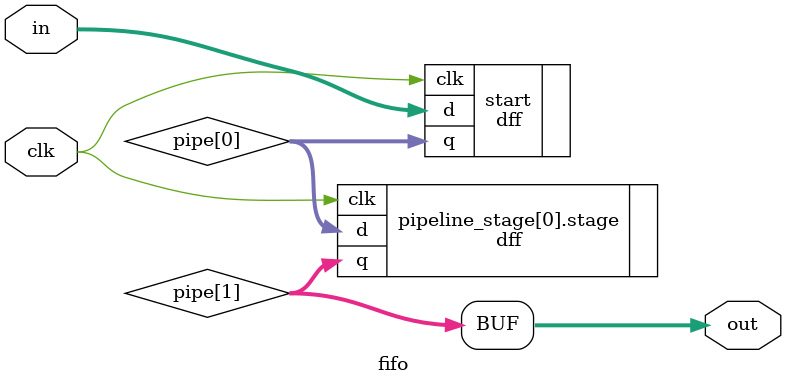
<source format=v>
`timescale 1ns / 1ps
module fifo(
	input clk,
	input [WIDTH - 1:0] in,
	output [WIDTH - 1:0] out
);

parameter WIDTH  = 18;
parameter DEPTH = 2;

wire [WIDTH - 1 : 0] pipe [DEPTH - 1 : 0];

dff #(WIDTH) start(
	.d   ( in      ),
	.q   ( pipe[0] ),
	.clk ( clk     )
);

generate
	genvar i;
	for (i = 0; i < DEPTH - 1; i = i + 1)
	begin:pipeline_stage
		
		dff #(WIDTH) stage(
			.d   ( pipe[i]   ),
			.q   ( pipe[i+1] ),
			.clk ( clk       )
		);

	end
endgenerate

assign out = pipe[DEPTH - 1];

endmodule
</source>
